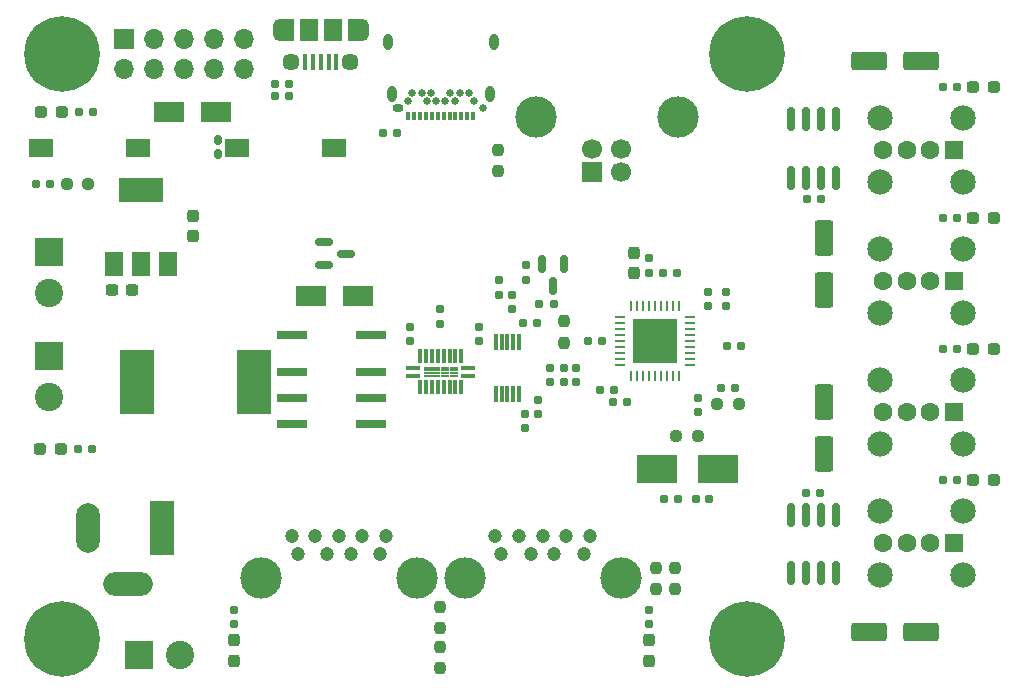
<source format=gts>
G04 #@! TF.GenerationSoftware,KiCad,Pcbnew,(6.0.2)*
G04 #@! TF.CreationDate,2022-10-12T22:23:14+11:00*
G04 #@! TF.ProjectId,usb_xwitch,7573625f-7877-4697-9463-682e6b696361,0.2*
G04 #@! TF.SameCoordinates,Original*
G04 #@! TF.FileFunction,Soldermask,Top*
G04 #@! TF.FilePolarity,Negative*
%FSLAX46Y46*%
G04 Gerber Fmt 4.6, Leading zero omitted, Abs format (unit mm)*
G04 Created by KiCad (PCBNEW (6.0.2)) date 2022-10-12 22:23:14*
%MOMM*%
%LPD*%
G01*
G04 APERTURE LIST*
G04 Aperture macros list*
%AMRoundRect*
0 Rectangle with rounded corners*
0 $1 Rounding radius*
0 $2 $3 $4 $5 $6 $7 $8 $9 X,Y pos of 4 corners*
0 Add a 4 corners polygon primitive as box body*
4,1,4,$2,$3,$4,$5,$6,$7,$8,$9,$2,$3,0*
0 Add four circle primitives for the rounded corners*
1,1,$1+$1,$2,$3*
1,1,$1+$1,$4,$5*
1,1,$1+$1,$6,$7*
1,1,$1+$1,$8,$9*
0 Add four rect primitives between the rounded corners*
20,1,$1+$1,$2,$3,$4,$5,0*
20,1,$1+$1,$4,$5,$6,$7,0*
20,1,$1+$1,$6,$7,$8,$9,0*
20,1,$1+$1,$8,$9,$2,$3,0*%
G04 Aperture macros list end*
%ADD10C,6.400000*%
%ADD11RoundRect,0.062500X0.350000X0.062500X-0.350000X0.062500X-0.350000X-0.062500X0.350000X-0.062500X0*%
%ADD12RoundRect,0.062500X0.062500X0.350000X-0.062500X0.350000X-0.062500X-0.350000X0.062500X-0.350000X0*%
%ADD13R,3.700000X3.700000*%
%ADD14R,1.600000X1.600000*%
%ADD15C,1.600000*%
%ADD16C,2.150000*%
%ADD17RoundRect,0.237500X0.237500X-0.250000X0.237500X0.250000X-0.237500X0.250000X-0.237500X-0.250000X0*%
%ADD18RoundRect,0.237500X0.300000X0.237500X-0.300000X0.237500X-0.300000X-0.237500X0.300000X-0.237500X0*%
%ADD19RoundRect,0.160000X-0.197500X-0.160000X0.197500X-0.160000X0.197500X0.160000X-0.197500X0.160000X0*%
%ADD20RoundRect,0.237500X0.250000X0.237500X-0.250000X0.237500X-0.250000X-0.237500X0.250000X-0.237500X0*%
%ADD21R,1.700000X1.700000*%
%ADD22C,1.700000*%
%ADD23C,3.500000*%
%ADD24RoundRect,0.155000X0.212500X0.155000X-0.212500X0.155000X-0.212500X-0.155000X0.212500X-0.155000X0*%
%ADD25RoundRect,0.250000X1.250000X0.550000X-1.250000X0.550000X-1.250000X-0.550000X1.250000X-0.550000X0*%
%ADD26RoundRect,0.237500X-0.237500X0.300000X-0.237500X-0.300000X0.237500X-0.300000X0.237500X0.300000X0*%
%ADD27RoundRect,0.150000X-0.150000X0.587500X-0.150000X-0.587500X0.150000X-0.587500X0.150000X0.587500X0*%
%ADD28RoundRect,0.155000X-0.212500X-0.155000X0.212500X-0.155000X0.212500X0.155000X-0.212500X0.155000X0*%
%ADD29RoundRect,0.160000X0.197500X0.160000X-0.197500X0.160000X-0.197500X-0.160000X0.197500X-0.160000X0*%
%ADD30R,2.000000X4.600000*%
%ADD31O,2.000000X4.200000*%
%ADD32O,4.200000X2.000000*%
%ADD33RoundRect,0.160000X-0.160000X0.197500X-0.160000X-0.197500X0.160000X-0.197500X0.160000X0.197500X0*%
%ADD34RoundRect,0.237500X0.287500X0.237500X-0.287500X0.237500X-0.287500X-0.237500X0.287500X-0.237500X0*%
%ADD35RoundRect,0.160000X0.160000X-0.197500X0.160000X0.197500X-0.160000X0.197500X-0.160000X-0.197500X0*%
%ADD36RoundRect,0.150000X-0.587500X-0.150000X0.587500X-0.150000X0.587500X0.150000X-0.587500X0.150000X0*%
%ADD37R,1.500000X2.000000*%
%ADD38R,3.800000X2.000000*%
%ADD39R,1.250000X0.300000*%
%ADD40R,0.300000X1.200000*%
%ADD41R,0.725000X0.225000*%
%ADD42RoundRect,0.237500X-0.237500X0.250000X-0.237500X-0.250000X0.237500X-0.250000X0.237500X0.250000X0*%
%ADD43RoundRect,0.160000X0.160000X-0.222500X0.160000X0.222500X-0.160000X0.222500X-0.160000X-0.222500X0*%
%ADD44RoundRect,0.237500X0.237500X-0.300000X0.237500X0.300000X-0.237500X0.300000X-0.237500X-0.300000X0*%
%ADD45R,2.500000X1.800000*%
%ADD46R,0.400000X1.350000*%
%ADD47C,1.450000*%
%ADD48O,1.200000X1.900000*%
%ADD49R,1.500000X1.900000*%
%ADD50R,1.200000X1.900000*%
%ADD51RoundRect,0.237500X0.237500X-0.287500X0.237500X0.287500X-0.237500X0.287500X-0.237500X-0.287500X0*%
%ADD52RoundRect,0.237500X-0.250000X-0.237500X0.250000X-0.237500X0.250000X0.237500X-0.250000X0.237500X0*%
%ADD53RoundRect,0.250000X0.550000X-1.250000X0.550000X1.250000X-0.550000X1.250000X-0.550000X-1.250000X0*%
%ADD54O,0.950000X0.650000*%
%ADD55C,0.650000*%
%ADD56R,0.300000X0.700000*%
%ADD57O,0.800000X1.400000*%
%ADD58RoundRect,0.237500X-0.287500X-0.237500X0.287500X-0.237500X0.287500X0.237500X-0.287500X0.237500X0*%
%ADD59RoundRect,0.150000X0.150000X-0.825000X0.150000X0.825000X-0.150000X0.825000X-0.150000X-0.825000X0*%
%ADD60R,2.000000X1.500000*%
%ADD61C,1.200000*%
%ADD62R,2.900000X5.400000*%
%ADD63RoundRect,0.250000X-0.550000X1.250000X-0.550000X-1.250000X0.550000X-1.250000X0.550000X1.250000X0*%
%ADD64R,3.500000X2.400000*%
%ADD65R,2.660000X0.800000*%
%ADD66R,2.400000X2.400000*%
%ADD67C,2.400000*%
%ADD68O,1.700000X1.700000*%
%ADD69RoundRect,0.150000X-0.150000X0.825000X-0.150000X-0.825000X0.150000X-0.825000X0.150000X0.825000X0*%
%ADD70R,0.300000X1.400000*%
G04 APERTURE END LIST*
D10*
X103500000Y-133000000D03*
D11*
X156637500Y-109800000D03*
X156637500Y-109300000D03*
X156637500Y-108800000D03*
X156637500Y-108300000D03*
X156637500Y-107800000D03*
X156637500Y-107300000D03*
X156637500Y-106800000D03*
X156637500Y-106300000D03*
X156637500Y-105800000D03*
D12*
X155700000Y-104862500D03*
X155200000Y-104862500D03*
X154700000Y-104862500D03*
X154200000Y-104862500D03*
X153700000Y-104862500D03*
X153200000Y-104862500D03*
X152700000Y-104862500D03*
X152200000Y-104862500D03*
X151700000Y-104862500D03*
D11*
X150762500Y-105800000D03*
X150762500Y-106300000D03*
X150762500Y-106800000D03*
X150762500Y-107300000D03*
X150762500Y-107800000D03*
X150762500Y-108300000D03*
X150762500Y-108800000D03*
X150762500Y-109300000D03*
X150762500Y-109800000D03*
D12*
X151700000Y-110737500D03*
X152200000Y-110737500D03*
X152700000Y-110737500D03*
X153200000Y-110737500D03*
X153700000Y-110737500D03*
X154200000Y-110737500D03*
X154700000Y-110737500D03*
X155200000Y-110737500D03*
X155700000Y-110737500D03*
D13*
X153700000Y-107800000D03*
D14*
X179000000Y-124900000D03*
D15*
X177000000Y-124900000D03*
X175000000Y-124900000D03*
X173000000Y-124900000D03*
D16*
X179730000Y-122180000D03*
X179730000Y-127620000D03*
X172730000Y-122180000D03*
X172730000Y-127620000D03*
D17*
X145950000Y-107962500D03*
X145950000Y-106137500D03*
D18*
X109412500Y-103444000D03*
X107687500Y-103444000D03*
D19*
X149052500Y-111950000D03*
X150247500Y-111950000D03*
D20*
X160762500Y-113150000D03*
X158937500Y-113150000D03*
D19*
X159777500Y-108200000D03*
X160972500Y-108200000D03*
D21*
X148350000Y-93527500D03*
D22*
X150850000Y-93527500D03*
X150850000Y-91527500D03*
X148350000Y-91527500D03*
D23*
X155620000Y-88817500D03*
X143580000Y-88817500D03*
D24*
X158267500Y-121200000D03*
X157132500Y-121200000D03*
D25*
X176200000Y-132400000D03*
X171800000Y-132400000D03*
D17*
X153750000Y-128812500D03*
X153750000Y-126987500D03*
D26*
X114600000Y-97181500D03*
X114600000Y-98906500D03*
D27*
X146000000Y-101262500D03*
X144100000Y-101262500D03*
X145050000Y-103137500D03*
D19*
X121502500Y-86000000D03*
X122697500Y-86000000D03*
D28*
X154482500Y-121200000D03*
X155617500Y-121200000D03*
D29*
X145977500Y-110040000D03*
X144782500Y-110040000D03*
X151297500Y-112950000D03*
X150102500Y-112950000D03*
D30*
X111991500Y-123602000D03*
D31*
X105691500Y-123602000D03*
D32*
X109091500Y-128402000D03*
D33*
X118050000Y-130552500D03*
X118050000Y-131747500D03*
D19*
X178052500Y-119600000D03*
X179247500Y-119600000D03*
D33*
X142690000Y-113972500D03*
X142690000Y-115167500D03*
X153200000Y-130552500D03*
X153200000Y-131747500D03*
D34*
X182375000Y-97400000D03*
X180625000Y-97400000D03*
D35*
X140470000Y-103867500D03*
X140470000Y-102672500D03*
D34*
X182375000Y-86300000D03*
X180625000Y-86300000D03*
D17*
X140380000Y-93422500D03*
X140380000Y-91597500D03*
D33*
X147030000Y-110042500D03*
X147030000Y-111237500D03*
D36*
X125662500Y-99450000D03*
X125662500Y-101350000D03*
X127537500Y-100400000D03*
D37*
X107900000Y-101294000D03*
D38*
X110200000Y-94994000D03*
D37*
X110200000Y-101294000D03*
X112500000Y-101294000D03*
D33*
X141550000Y-103922500D03*
X141550000Y-105117500D03*
D35*
X138750000Y-107787500D03*
X138750000Y-106592500D03*
D39*
X137900000Y-110050000D03*
D40*
X137300000Y-109100000D03*
X136800000Y-109100000D03*
X136300000Y-109100000D03*
X135800000Y-109100000D03*
X135300000Y-109100000D03*
X134800000Y-109100000D03*
X134300000Y-109100000D03*
X133800000Y-109100000D03*
D39*
X133200000Y-110050000D03*
X133200000Y-110750000D03*
D40*
X133800000Y-111700000D03*
X134300000Y-111700000D03*
X134800000Y-111700000D03*
X135300000Y-111700000D03*
X135800000Y-111700000D03*
X136300000Y-111700000D03*
X136800000Y-111700000D03*
X137300000Y-111700000D03*
D41*
X135187500Y-110062500D03*
X134462500Y-110062500D03*
X135187500Y-110512500D03*
X134462500Y-110737500D03*
X135912500Y-110512500D03*
X136637500Y-110737500D03*
X135912500Y-110737500D03*
X134462500Y-110287500D03*
D39*
X137900000Y-110750000D03*
D41*
X135912500Y-110062500D03*
X134462500Y-110512500D03*
X136637500Y-110287500D03*
X136637500Y-110062500D03*
X135912500Y-110287500D03*
X135187500Y-110287500D03*
X135187500Y-110737500D03*
X136637500Y-110512500D03*
D14*
X179000000Y-102700000D03*
D15*
X177000000Y-102700000D03*
X175000000Y-102700000D03*
X173000000Y-102700000D03*
D16*
X179730000Y-105420000D03*
X172730000Y-105420000D03*
X179730000Y-99980000D03*
X172730000Y-99980000D03*
D42*
X135500000Y-133687500D03*
X135500000Y-135512500D03*
D34*
X182375000Y-108500000D03*
X180625000Y-108500000D03*
D43*
X116725000Y-91922500D03*
X116725000Y-90777500D03*
D29*
X102497500Y-94488000D03*
X101302500Y-94488000D03*
X106097500Y-88392000D03*
X104902500Y-88392000D03*
D35*
X142800000Y-102597500D03*
X142800000Y-101402500D03*
D19*
X142502500Y-106300000D03*
X143697500Y-106300000D03*
D44*
X151920000Y-102062500D03*
X151920000Y-100337500D03*
D19*
X166452500Y-120700000D03*
X167647500Y-120700000D03*
D42*
X135500000Y-130287500D03*
X135500000Y-132112500D03*
D35*
X153200000Y-101997500D03*
X153200000Y-100802500D03*
D29*
X145097500Y-104650000D03*
X143902500Y-104650000D03*
X105997500Y-116900000D03*
X104802500Y-116900000D03*
D35*
X135510000Y-106322500D03*
X135510000Y-105127500D03*
D45*
X124550000Y-103950000D03*
X128550000Y-103950000D03*
D14*
X179000000Y-113800000D03*
D15*
X177000000Y-113800000D03*
X175000000Y-113800000D03*
X173000000Y-113800000D03*
D16*
X172730000Y-116520000D03*
X172730000Y-111080000D03*
X179730000Y-116520000D03*
X179730000Y-111080000D03*
D46*
X126700000Y-84152500D03*
X126050000Y-84152500D03*
X125400000Y-84152500D03*
X124750000Y-84152500D03*
X124100000Y-84152500D03*
D47*
X122900000Y-84152500D03*
X127900000Y-84152500D03*
D48*
X121900000Y-81452500D03*
D49*
X126400000Y-81452500D03*
X124400000Y-81452500D03*
D50*
X122500000Y-81452500D03*
D48*
X128900000Y-81452500D03*
D50*
X128300000Y-81452500D03*
D51*
X118050000Y-134875000D03*
X118050000Y-133125000D03*
D52*
X155500000Y-115850000D03*
X157325000Y-115850000D03*
D53*
X168000000Y-117400000D03*
X168000000Y-113000000D03*
D54*
X131950000Y-88110000D03*
D55*
X139150000Y-88110000D03*
D56*
X138300000Y-88770000D03*
X137800000Y-88770000D03*
X137300000Y-88770000D03*
X136800000Y-88770000D03*
X136300000Y-88770000D03*
X135800000Y-88770000D03*
X135300000Y-88770000D03*
X134800000Y-88770000D03*
X134300000Y-88770000D03*
X133800000Y-88770000D03*
X133300000Y-88770000D03*
X132800000Y-88770000D03*
D55*
X132750000Y-87460000D03*
X133150000Y-86760000D03*
X133950000Y-86760000D03*
X134350000Y-87460000D03*
X134750000Y-86760000D03*
X135150000Y-87460000D03*
X135950000Y-87460000D03*
X136350000Y-86760000D03*
X136750000Y-87460000D03*
X137150000Y-86760000D03*
X137950000Y-86760000D03*
X138350000Y-87460000D03*
D57*
X139680000Y-86860000D03*
X131420000Y-86860000D03*
X140040000Y-82470000D03*
X131060000Y-82470000D03*
D58*
X101625000Y-116900000D03*
X103375000Y-116900000D03*
D59*
X165195000Y-127475000D03*
X166465000Y-127475000D03*
X167735000Y-127475000D03*
X169005000Y-127475000D03*
X169005000Y-122525000D03*
X167735000Y-122525000D03*
X166465000Y-122525000D03*
X165195000Y-122525000D03*
D45*
X116550000Y-88425000D03*
X112550000Y-88425000D03*
D60*
X126530000Y-91470000D03*
X118330000Y-91470000D03*
D10*
X103500000Y-83500000D03*
D61*
X140675000Y-125825000D03*
X143175000Y-125825000D03*
X145175000Y-125825000D03*
X147675000Y-125825000D03*
X148175000Y-124325000D03*
X146175000Y-124325000D03*
X144175000Y-124325000D03*
X142175000Y-124325000D03*
X140175000Y-124325000D03*
D23*
X150775000Y-127825000D03*
X137575000Y-127825000D03*
D34*
X182375000Y-119600000D03*
X180625000Y-119600000D03*
D51*
X153200000Y-134875000D03*
X153200000Y-133125000D03*
D62*
X109858000Y-111252000D03*
X119758000Y-111252000D03*
D19*
X154352500Y-102000000D03*
X155547500Y-102000000D03*
X144782500Y-111240000D03*
X145977500Y-111240000D03*
D63*
X168000000Y-99100000D03*
X168000000Y-103500000D03*
D19*
X159252500Y-111800000D03*
X160447500Y-111800000D03*
D64*
X159050000Y-118600000D03*
X153850000Y-118600000D03*
D29*
X167747500Y-95800000D03*
X166552500Y-95800000D03*
X149187500Y-107810000D03*
X147992500Y-107810000D03*
D33*
X143760000Y-112772500D03*
X143760000Y-113967500D03*
D19*
X178052500Y-86300000D03*
X179247500Y-86300000D03*
D65*
X122930000Y-107250000D03*
X122930000Y-110450000D03*
X122930000Y-112650000D03*
X122930000Y-114850000D03*
X129670000Y-114850000D03*
X129670000Y-112650000D03*
X129670000Y-110450000D03*
X129670000Y-107250000D03*
D20*
X105712500Y-94488000D03*
X103887500Y-94488000D03*
D66*
X102400000Y-100250000D03*
D67*
X102400000Y-103750000D03*
D35*
X158200000Y-104847500D03*
X158200000Y-103652500D03*
D14*
X179000000Y-91600000D03*
D15*
X177000000Y-91600000D03*
X175000000Y-91600000D03*
X173000000Y-91600000D03*
D16*
X179730000Y-94320000D03*
X179730000Y-88880000D03*
X172730000Y-94320000D03*
X172730000Y-88880000D03*
D25*
X176200000Y-84100000D03*
X171800000Y-84100000D03*
D35*
X159720000Y-104847500D03*
X159720000Y-103652500D03*
D60*
X101700000Y-91440000D03*
X109900000Y-91440000D03*
D66*
X110010000Y-134400000D03*
D67*
X113510000Y-134400000D03*
D21*
X108750000Y-82230000D03*
D68*
X108750000Y-84770000D03*
X111290000Y-82230000D03*
X111290000Y-84770000D03*
X113830000Y-82230000D03*
X113830000Y-84770000D03*
X116370000Y-82230000D03*
X116370000Y-84770000D03*
X118910000Y-82230000D03*
X118910000Y-84770000D03*
D29*
X131847500Y-90190000D03*
X130652500Y-90190000D03*
D61*
X123425000Y-125825000D03*
X125925000Y-125825000D03*
X127925000Y-125825000D03*
X130425000Y-125825000D03*
X130925000Y-124325000D03*
X128925000Y-124325000D03*
X126925000Y-124325000D03*
X124925000Y-124325000D03*
X122925000Y-124325000D03*
D23*
X133525000Y-127825000D03*
X120325000Y-127825000D03*
D19*
X121502500Y-87050000D03*
X122697500Y-87050000D03*
D10*
X161500000Y-133000000D03*
D35*
X132910000Y-107817500D03*
X132910000Y-106622500D03*
D19*
X178052500Y-97400000D03*
X179247500Y-97400000D03*
D42*
X155350000Y-126987500D03*
X155350000Y-128812500D03*
D66*
X102400000Y-109050000D03*
D67*
X102400000Y-112550000D03*
D33*
X157300000Y-112652500D03*
X157300000Y-113847500D03*
D69*
X169005000Y-89025000D03*
X167735000Y-89025000D03*
X166465000Y-89025000D03*
X165195000Y-89025000D03*
X165195000Y-93975000D03*
X166465000Y-93975000D03*
X167735000Y-93975000D03*
X169005000Y-93975000D03*
D70*
X142200000Y-107900000D03*
X141700000Y-107900000D03*
X141200000Y-107900000D03*
X140700000Y-107900000D03*
X140200000Y-107900000D03*
X140200000Y-112300000D03*
X140700000Y-112300000D03*
X141200000Y-112300000D03*
X141700000Y-112300000D03*
X142200000Y-112300000D03*
D58*
X101725000Y-88392000D03*
X103475000Y-88392000D03*
D10*
X161500000Y-83500000D03*
D19*
X178052500Y-108500000D03*
X179247500Y-108500000D03*
M02*

</source>
